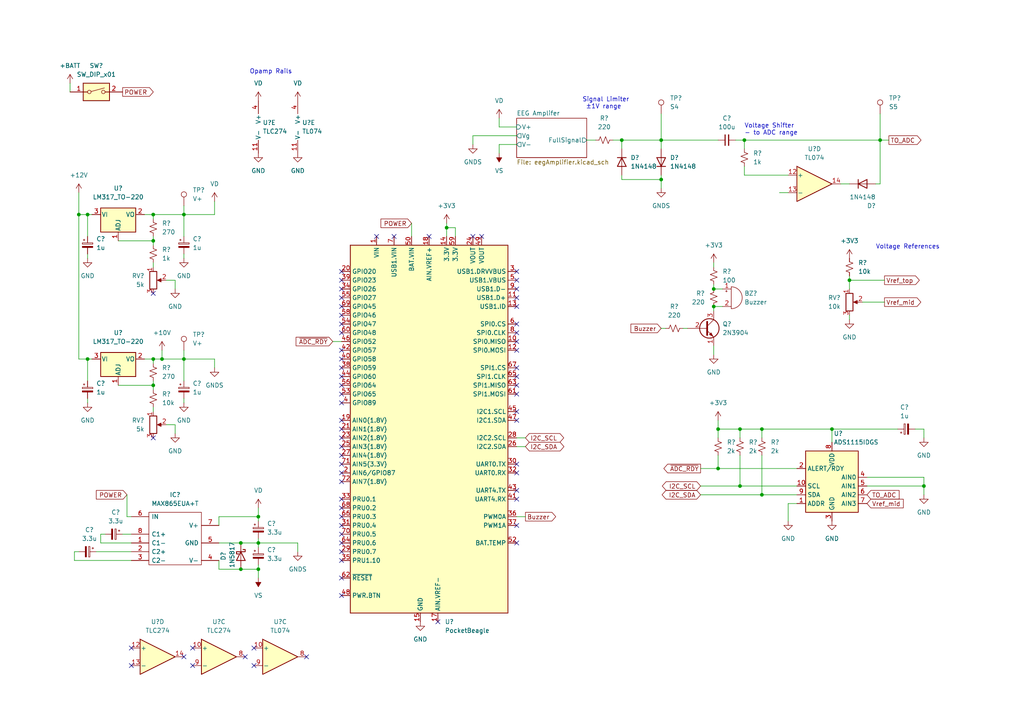
<source format=kicad_sch>
(kicad_sch (version 20211123) (generator eeschema)
  (paper "A4")
  (title_block (title "TrailNapAlarm") (date "2022-06-07") (rev "1"))
  (lib_symbols
    (symbol "Amplifier_Operational:TL074" (pin_names (offset 0.127))
      (property "Reference" "U" (at 0 5.08 0))
      (property "Value" "TL074" (at 0 -5.08 0))
      (symbol "TL074_1_1"
        (polyline (pts (xy -5.08 5.08) (xy 5.08 0) (xy -5.08 -5.08) (xy -5.08 5.08)) (stroke (width 0.254)) (fill (type background)))
        (pin output line (at 7.62 0 180) (length 2.54) (name "~") (number "1"))
        (pin input line (at -7.62 -2.54 0) (length 2.54) (name "-") (number "2"))
        (pin input line (at -7.62 2.54 0) (length 2.54) (name "+") (number "3"))
      )
      (symbol "TL074_2_1"
        (polyline (pts (xy -5.08 5.08) (xy 5.08 0) (xy -5.08 -5.08) (xy -5.08 5.08)) (stroke (width 0.254)) (fill (type background)))
        (pin input line (at -7.62 2.54 0) (length 2.54) (name "+") (number "5"))
        (pin input line (at -7.62 -2.54 0) (length 2.54) (name "-") (number "6"))
        (pin output line (at 7.62 0 180) (length 2.54) (name "~") (number "7"))
      )
      (symbol "TL074_3_1"
        (polyline (pts (xy -5.08 5.08) (xy 5.08 0) (xy -5.08 -5.08) (xy -5.08 5.08)) (stroke (width 0.254)) (fill (type background)))
        (pin input line (at -7.62 2.54 0) (length 2.54) (name "+") (number "10"))
        (pin output line (at 7.62 0 180) (length 2.54) (name "~") (number "8"))
        (pin input line (at -7.62 -2.54 0) (length 2.54) (name "-") (number "9"))
      )
      (symbol "TL074_4_1"
        (polyline (pts (xy -5.08 5.08) (xy 5.08 0) (xy -5.08 -5.08) (xy -5.08 5.08)) (stroke (width 0.254)) (fill (type background)))
        (pin input line (at -7.62 2.54 0) (length 2.54) (name "+") (number "12"))
        (pin input line (at -7.62 -2.54 0) (length 2.54) (name "-") (number "13"))
        (pin output line (at 7.62 0 180) (length 2.54) (name "~") (number "14"))
      )
      (symbol "TL074_5_1"
        (pin power_in line (at -2.54 -7.62 90) (length 3.81) (name "V-") (number "11"))
        (pin power_in line (at -2.54 7.62 270) (length 3.81) (name "V+") (number "4"))
      )
    )
    (symbol "Amplifier_Operational:TLC274" (pin_names (offset 0.127))
      (property "Reference" "U" (at 0 5.08 0))
      (property "Value" "TLC274" (at 0 -5.08 0))
      (symbol "TLC274_1_1"
        (polyline (pts (xy -5.08 5.08) (xy 5.08 0) (xy -5.08 -5.08) (xy -5.08 5.08)) (stroke (width 0.254)) (fill (type background)))
        (pin output line (at 7.62 0 180) (length 2.54) (name "~") (number "1"))
        (pin input line (at -7.62 -2.54 0) (length 2.54) (name "-") (number "2"))
        (pin input line (at -7.62 2.54 0) (length 2.54) (name "+") (number "3"))
      )
      (symbol "TLC274_2_1"
        (polyline (pts (xy -5.08 5.08) (xy 5.08 0) (xy -5.08 -5.08) (xy -5.08 5.08)) (stroke (width 0.254)) (fill (type background)))
        (pin input line (at -7.62 2.54 0) (length 2.54) (name "+") (number "5"))
        (pin input line (at -7.62 -2.54 0) (length 2.54) (name "-") (number "6"))
        (pin output line (at 7.62 0 180) (length 2.54) (name "~") (number "7"))
      )
      (symbol "TLC274_3_1"
        (polyline (pts (xy -5.08 5.08) (xy 5.08 0) (xy -5.08 -5.08) (xy -5.08 5.08)) (stroke (width 0.254)) (fill (type background)))
        (pin input line (at -7.62 2.54 0) (length 2.54) (name "+") (number "10"))
        (pin output line (at 7.62 0 180) (length 2.54) (name "~") (number "8"))
        (pin input line (at -7.62 -2.54 0) (length 2.54) (name "-") (number "9"))
      )
      (symbol "TLC274_4_1"
        (polyline (pts (xy -5.08 5.08) (xy 5.08 0) (xy -5.08 -5.08) (xy -5.08 5.08)) (stroke (width 0.254)) (fill (type background)))
        (pin input line (at -7.62 2.54 0) (length 2.54) (name "+") (number "12"))
        (pin input line (at -7.62 -2.54 0) (length 2.54) (name "-") (number "13"))
        (pin output line (at 7.62 0 180) (length 2.54) (name "~") (number "14"))
      )
      (symbol "TLC274_5_1"
        (pin power_in line (at -2.54 -7.62 90) (length 3.81) (name "V-") (number "11"))
        (pin power_in line (at -2.54 7.62 270) (length 3.81) (name "V+") (number "4"))
      )
    )
    (symbol "Analog_ADC:ADS1115IDGS"
      (property "Reference" "U" (at 2.54 13.97 0))
      (property "Value" "ADS1115IDGS" (at 7.62 11.43 0))
      (symbol "ADS1115IDGS_0_1"
        (rectangle (start -7.62 10.16) (end 7.62 -7.62) (stroke (width 0.254)) (fill (type background)))
      )
      (symbol "ADS1115IDGS_1_1"
        (pin input line (at 10.16 -5.08 180) (length 2.54) (name "ADDR") (number "1"))
        (pin input line (at 10.16 0 180) (length 2.54) (name "SCL") (number "10"))
        (pin output line (at 10.16 5.08 180) (length 2.54) (name "ALERT/RDY") (number "2"))
        (pin power_in line (at 0 -10.16 90) (length 2.54) (name "GND") (number "3"))
        (pin input line (at -10.16 2.54 0) (length 2.54) (name "AIN0") (number "4"))
        (pin input line (at -10.16 0 0) (length 2.54) (name "AIN1") (number "5"))
        (pin input line (at -10.16 -2.54 0) (length 2.54) (name "AIN2") (number "6"))
        (pin input line (at -10.16 -5.08 0) (length 2.54) (name "AIN3") (number "7"))
        (pin power_in line (at 0 12.7 270) (length 2.54) (name "VDD") (number "8"))
        (pin bidirectional line (at 10.16 -2.54 180) (length 2.54) (name "SDA") (number "9"))
      )
    )
    (symbol "Connector:TestPoint" (pin_numbers hide) (pin_names (offset 0.762) hide)
      (property "Reference" "TP" (at 0 6.858 0))
      (property "Value" "TestPoint" (at 0 5.08 0))
      (symbol "TestPoint_0_1"
        (circle (center 0 3.302) (radius 0.762))
      )
      (symbol "TestPoint_1_1"
        (pin passive line (at 0 0 90) (length 2.54) (name "1") (number "1"))
      )
    )
    (symbol "Device:Buzzer" (pin_names (offset 0.0254) hide)
      (property "Reference" "BZ" (at 3.81 1.27 0))
      (property "Value" "Buzzer" (at 3.81 -1.27 0))
      (symbol "Buzzer_0_1"
        (arc (start 0 -3.175) (mid 3.175 0) (end 0 3.175))
        (polyline (pts (xy -1.651 1.905) (xy -1.143 1.905)))
        (polyline (pts (xy -1.397 2.159) (xy -1.397 1.651)))
        (polyline (pts (xy 0 3.175) (xy 0 -3.175)))
      )
      (symbol "Buzzer_1_1"
        (pin passive line (at -2.54 2.54 0) (length 2.54) (name "-") (number "1"))
        (pin passive line (at -2.54 -2.54 0) (length 2.54) (name "+") (number "2"))
      )
    )
    (symbol "Device:C_Polarized_Small" (pin_numbers hide) (pin_names (offset 0.254) hide)
      (property "Reference" "C" (at 0.254 1.778 0))
      (property "Value" "C_Polarized_Small" (at 0.254 -2.032 0))
      (symbol "C_Polarized_Small_0_1"
        (rectangle (start -1.524 -0.3048) (end 1.524 -0.6858) (fill (type outline)))
        (rectangle (start -1.524 0.6858) (end 1.524 0.3048))
        (polyline (pts (xy -1.27 1.524) (xy -0.762 1.524)))
        (polyline (pts (xy -1.016 1.27) (xy -1.016 1.778)))
      )
      (symbol "C_Polarized_Small_1_1"
        (pin passive line (at 0 2.54 270) (length 1.8542) (name "~") (number "1"))
        (pin passive line (at 0 -2.54 90) (length 1.8542) (name "~") (number "2"))
      )
    )
    (symbol "Device:C_Small" (pin_numbers hide) (pin_names (offset 0.254) hide)
      (property "Reference" "C" (at 0.254 1.778 0))
      (property "Value" "C_Small" (at 0.254 -2.032 0))
      (symbol "C_Small_0_1"
        (polyline (pts (xy -1.524 -0.508) (xy 1.524 -0.508)) (stroke (width 0.3302)))
        (polyline (pts (xy -1.524 0.508) (xy 1.524 0.508)) (stroke (width 0.3048)))
      )
      (symbol "C_Small_1_1"
        (pin passive line (at 0 2.54 270) (length 2.032) (name "~") (number "1"))
        (pin passive line (at 0 -2.54 90) (length 2.032) (name "~") (number "2"))
      )
    )
    (symbol "Device:R_Potentiometer" (pin_names (offset 1.016) hide)
      (property "Reference" "RV" (at -4.445 0 90))
      (property "Value" "R_Potentiometer" (at -2.54 0 90))
      (symbol "R_Potentiometer_0_1"
        (polyline (pts (xy 2.54 0) (xy 1.524 0)))
        (polyline (pts (xy 1.143 0) (xy 2.286 0.508) (xy 2.286 -0.508) (xy 1.143 0)) (fill (type outline)))
        (rectangle (start 1.016 2.54) (end -1.016 -2.54) (stroke (width 0.254)))
      )
      (symbol "R_Potentiometer_1_1"
        (pin passive line (at 0 3.81 270) (length 1.27) (name "1") (number "1"))
        (pin passive line (at 3.81 0 180) (length 1.27) (name "2") (number "2"))
        (pin passive line (at 0 -3.81 90) (length 1.27) (name "3") (number "3"))
      )
    )
    (symbol "Device:R_Small_US" (pin_numbers hide) (pin_names (offset 0.254) hide)
      (property "Reference" "R" (at 0.762 0.508 0))
      (property "Value" "R_Small_US" (at 0.762 -1.016 0))
      (symbol "R_Small_US_1_1"
        (polyline (pts (xy 0 0) (xy 1.016 -0.381) (xy 0 -0.762) (xy -1.016 -1.143) (xy 0 -1.524)))
        (polyline (pts (xy 0 1.524) (xy 1.016 1.143) (xy 0 0.762) (xy -1.016 0.381) (xy 0 0)))
        (pin passive line (at 0 2.54 270) (length 1.016) (name "~") (number "1"))
        (pin passive line (at 0 -2.54 90) (length 1.016) (name "~") (number "2"))
      )
    )
    (symbol "Diode:1N4148" (pin_numbers hide) (pin_names (offset 1.016) hide)
      (property "Reference" "D" (at 0 2.54 0))
      (property "Value" "1N4148" (at 0 -2.54 0))
      (symbol "1N4148_0_1"
        (polyline (pts (xy -1.27 1.27) (xy -1.27 -1.27)) (stroke (width 0.254)))
        (polyline (pts (xy 1.27 0) (xy -1.27 0)))
        (polyline (pts (xy 1.27 1.27) (xy 1.27 -1.27) (xy -1.27 0) (xy 1.27 1.27)) (stroke (width 0.254)))
      )
      (symbol "1N4148_1_1"
        (pin passive line (at -3.81 0 0) (length 2.54) (name "K") (number "1"))
        (pin passive line (at 3.81 0 180) (length 2.54) (name "A") (number "2"))
      )
    )
    (symbol "Diode:1N5817" (pin_numbers hide) (pin_names (offset 1.016) hide)
      (property "Reference" "D" (at 0 2.54 0))
      (property "Value" "1N5817" (at 0 -2.54 0))
      (symbol "1N5817_0_1"
        (polyline (pts (xy 1.27 0) (xy -1.27 0)))
        (polyline (pts (xy 1.27 1.27) (xy 1.27 -1.27) (xy -1.27 0) (xy 1.27 1.27)) (stroke (width 0.254)))
        (polyline (pts (xy -1.905 0.635) (xy -1.905 1.27) (xy -1.27 1.27) (xy -1.27 -1.27) (xy -0.635 -1.27) (xy -0.635 -0.635)) (stroke (width 0.254)))
      )
      (symbol "1N5817_1_1"
        (pin passive line (at -3.81 0 0) (length 2.54) (name "K") (number "1"))
        (pin passive line (at 3.81 0 180) (length 2.54) (name "A") (number "2"))
      )
    )
    (symbol "MCU_Module:PocketBeagle"
      (property "Reference" "U" (at -22.86 -54.61 0))
      (property "Value" "PocketBeagle" (at 22.86 -54.61 0))
      (symbol "PocketBeagle_0_1"
        (rectangle (start -22.86 53.34) (end 22.86 -53.34) (stroke (width 0.254)) (fill (type background)))
      )
      (symbol "PocketBeagle_1_1"
        (pin power_in line (at -15.24 55.88 270) (length 2.54) (name "VIN") (number "1"))
        (pin bidirectional line (at 25.4 25.4 180) (length 2.54) (name "SPI0.MISO") (number "10"))
        (pin bidirectional line (at 25.4 38.1 180) (length 2.54) (name "USB1.D+") (number "11"))
        (pin bidirectional line (at 25.4 22.86 180) (length 2.54) (name "SPI0.MOSI") (number "12"))
        (pin input line (at 25.4 35.56 180) (length 2.54) (name "USB1.ID") (number "13"))
        (pin power_out line (at 5.08 55.88 270) (length 2.54) (name "3.3V") (number "14"))
        (pin power_in line (at -2.54 -55.88 90) (length 2.54) (name "GND") (number "15"))
        (pin passive line (at -2.54 -55.88 90) (length 2.54) hide (name "GND") (number "16"))
        (pin power_in line (at 2.54 -55.88 90) (length 2.54) (name "AIN.VREF-") (number "17"))
        (pin power_in line (at 0 55.88 270) (length 2.54) (name "AIN.VREF+") (number "18"))
        (pin input line (at -25.4 2.54 0) (length 2.54) (name "AIN0(1.8V)") (number "19"))
        (pin bidirectional line (at -25.4 -12.7 0) (length 2.54) (name "AIN6/GPIO87") (number "2"))
        (pin bidirectional line (at -25.4 45.72 0) (length 2.54) (name "GPIO20") (number "20"))
        (pin input line (at -25.4 0 0) (length 2.54) (name "AIN1(1.8V)") (number "21"))
        (pin passive line (at -2.54 -55.88 90) (length 2.54) hide (name "GND") (number "22"))
        (pin input line (at -25.4 -2.54 0) (length 2.54) (name "AIN2(1.8V)") (number "23"))
        (pin power_out line (at 12.7 55.88 270) (length 2.54) (name "VOUT") (number "24"))
        (pin input line (at -25.4 -5.08 0) (length 2.54) (name "AIN3(1.8V)") (number "25"))
        (pin bidirectional line (at 25.4 -5.08 180) (length 2.54) (name "I2C2.SDA") (number "26"))
        (pin input line (at -25.4 -7.62 0) (length 2.54) (name "AIN4(1.8V)") (number "27"))
        (pin bidirectional line (at 25.4 -2.54 180) (length 2.54) (name "I2C2.SCL") (number "28"))
        (pin bidirectional line (at -25.4 -35.56 0) (length 2.54) (name "PRU0.7") (number "29"))
        (pin output line (at 25.4 45.72 180) (length 2.54) (name "USB1.DRVVBUS") (number "3"))
        (pin bidirectional line (at 25.4 -10.16 180) (length 2.54) (name "UART0.TX") (number "30"))
        (pin bidirectional line (at -25.4 -27.94 0) (length 2.54) (name "PRU0.4") (number "31"))
        (pin bidirectional line (at 25.4 -12.7 180) (length 2.54) (name "UART0.RX") (number "32"))
        (pin bidirectional line (at -25.4 -20.32 0) (length 2.54) (name "PRU0.1") (number "33"))
        (pin bidirectional line (at -25.4 40.64 0) (length 2.54) (name "GPIO26") (number "34"))
        (pin bidirectional line (at -25.4 -38.1 0) (length 2.54) (name "PRU1.10") (number "35"))
        (pin bidirectional line (at 25.4 -25.4 180) (length 2.54) (name "PWM0A") (number "36"))
        (pin bidirectional line (at 25.4 -27.94 180) (length 2.54) (name "PWM1A") (number "37"))
        (pin bidirectional line (at -25.4 17.78 0) (length 2.54) (name "GPIO59") (number "38"))
        (pin bidirectional line (at -25.4 43.18 0) (length 2.54) (name "GPIO23") (number "39"))
        (pin bidirectional line (at -25.4 7.62 0) (length 2.54) (name "GPIO89") (number "4"))
        (pin bidirectional line (at -25.4 20.32 0) (length 2.54) (name "GPIO58") (number "40"))
        (pin bidirectional line (at 25.4 -20.32 180) (length 2.54) (name "UART4.RX") (number "41"))
        (pin bidirectional line (at -25.4 22.86 0) (length 2.54) (name "GPIO57") (number "42"))
        (pin bidirectional line (at 25.4 -17.78 180) (length 2.54) (name "UART4.TX") (number "43"))
        (pin bidirectional line (at -25.4 15.24 0) (length 2.54) (name "GPIO60") (number "44"))
        (pin bidirectional line (at 25.4 5.08 180) (length 2.54) (name "I2C1.SCL") (number "45"))
        (pin bidirectional line (at -25.4 25.4 0) (length 2.54) (name "GPIO52") (number "46"))
        (pin bidirectional line (at 25.4 2.54 180) (length 2.54) (name "I2C1.SDA") (number "47"))
        (pin input line (at -25.4 -48.26 0) (length 2.54) (name "PWR.BTN") (number "48"))
        (pin power_out line (at 15.24 55.88 270) (length 2.54) (name "VOUT") (number "49"))
        (pin input line (at 25.4 43.18 180) (length 2.54) (name "USB1.VBUS") (number "5"))
        (pin power_in line (at -5.08 55.88 270) (length 2.54) (name "BAT.VIN") (number "50"))
        (pin passive line (at -2.54 -55.88 90) (length 2.54) hide (name "GND") (number "51"))
        (pin passive line (at 25.4 -33.02 180) (length 2.54) (name "BAT.TEMP") (number "52"))
        (pin bidirectional line (at -25.4 10.16 0) (length 2.54) (name "GPIO65") (number "53"))
        (pin bidirectional line (at -25.4 30.48 0) (length 2.54) (name "GPIO47") (number "54"))
        (pin bidirectional line (at -25.4 38.1 0) (length 2.54) (name "GPIO27") (number "55"))
        (pin bidirectional line (at -25.4 12.7 0) (length 2.54) (name "GPIO64") (number "56"))
        (pin passive line (at -2.54 -55.88 90) (length 2.54) hide (name "GND") (number "57"))
        (pin bidirectional line (at -25.4 33.02 0) (length 2.54) (name "GPIO46") (number "58"))
        (pin power_out line (at 7.62 55.88 270) (length 2.54) (name "3.3V") (number "59"))
        (pin bidirectional line (at 25.4 30.48 180) (length 2.54) (name "SPI0.CS") (number "6"))
        (pin bidirectional line (at -25.4 27.94 0) (length 2.54) (name "GPIO48") (number "60"))
        (pin bidirectional line (at 25.4 10.16 180) (length 2.54) (name "SPI1.MOSI") (number "61"))
        (pin input line (at -25.4 -43.18 0) (length 2.54) (name "~{RESET}") (number "62"))
        (pin bidirectional line (at 25.4 12.7 180) (length 2.54) (name "SPI1.MISO") (number "63"))
        (pin bidirectional line (at -25.4 -33.02 0) (length 2.54) (name "PRU0.6") (number "64"))
        (pin bidirectional line (at 25.4 15.24 180) (length 2.54) (name "SPI1.CLK") (number "65"))
        (pin bidirectional line (at -25.4 -25.4 0) (length 2.54) (name "PRU0.3") (number "66"))
        (pin bidirectional line (at 25.4 17.78 180) (length 2.54) (name "SPI1.CS") (number "67"))
        (pin bidirectional line (at -25.4 -22.86 0) (length 2.54) (name "PRU0.2") (number "68"))
        (pin bidirectional line (at -25.4 35.56 0) (length 2.54) (name "GPIO45") (number "69"))
        (pin power_in line (at -10.16 55.88 270) (length 2.54) (name "USB1.VIN") (number "7"))
        (pin bidirectional line (at -25.4 -30.48 0) (length 2.54) (name "PRU0.5") (number "70"))
        (pin input line (at -25.4 -10.16 0) (length 2.54) (name "AIN5(3.3V)") (number "71"))
        (pin input line (at -25.4 -15.24 0) (length 2.54) (name "AIN7(1.8V)") (number "72"))
        (pin bidirectional line (at 25.4 27.94 180) (length 2.54) (name "SPI0.CLK") (number "8"))
        (pin bidirectional line (at 25.4 40.64 180) (length 2.54) (name "USB1.D-") (number "9"))
      )
    )
    (symbol "Regulator_Linear:LM317_TO-220" (pin_names (offset 0.254))
      (property "Reference" "U" (at -3.81 3.175 0))
      (property "Value" "LM317_TO-220" (at 0 3.175 0))
      (symbol "LM317_TO-220_0_1"
        (rectangle (start -5.08 1.905) (end 5.08 -5.08) (stroke (width 0.254)) (fill (type background)))
      )
      (symbol "LM317_TO-220_1_1"
        (pin input line (at 0 -7.62 90) (length 2.54) (name "ADJ") (number "1"))
        (pin power_out line (at 7.62 0 180) (length 2.54) (name "VO") (number "2"))
        (pin power_in line (at -7.62 0 0) (length 2.54) (name "VI") (number "3"))
      )
    )
    (symbol "SamacSys:MAX865EUA+T" (pin_names (offset 0.762))
      (property "Reference" "IC?" (at 12.7 7.62 0))
      (property "Value" "MAX865EUA+T" (at 12.7 5.08 0))
      (symbol "MAX865EUA+T_0_0"
        (pin passive line (at 0 -6.35 0) (length 5.08) (name "C1-") (number "1"))
        (pin passive line (at 0 -8.89 0) (length 5.08) (name "C2+") (number "2"))
        (pin passive line (at 0 -11.43 0) (length 5.08) (name "C2-") (number "3"))
        (pin passive line (at 25.4 -11.43 180) (length 5.08) (name "V-") (number "4"))
        (pin passive line (at 25.4 -6.35 180) (length 5.08) (name "GND") (number "5"))
        (pin passive line (at 0 1.27 0) (length 5.08) (name "IN") (number "6"))
        (pin passive line (at 25.4 -1.27 180) (length 5.08) (name "V+") (number "7"))
        (pin passive line (at 0 -3.81 0) (length 5.08) (name "C1+") (number "8"))
      )
      (symbol "MAX865EUA+T_0_1"
        (polyline (pts (xy 5.08 2.54) (xy 20.32 2.54) (xy 20.32 -12.7) (xy 5.08 -12.7) (xy 5.08 2.54)) (stroke (width 0.1524)))
      )
    )
    (symbol "Switch:SW_DIP_x01" (pin_names (offset 0) hide)
      (property "Reference" "SW" (at 0 3.81 0))
      (property "Value" "SW_DIP_x01" (at 0 -3.81 0))
      (symbol "SW_DIP_x01_0_0"
        (circle (center -2.032 0) (radius 0.508))
        (polyline (pts (xy -1.524 0.127) (xy 2.3622 1.1684)))
        (circle (center 2.032 0) (radius 0.508))
      )
      (symbol "SW_DIP_x01_0_1"
        (rectangle (start -3.81 2.54) (end 3.81 -2.54) (stroke (width 0.254)) (fill (type background)))
      )
      (symbol "SW_DIP_x01_1_1"
        (pin passive line (at -7.62 0 0) (length 5.08) (name "~") (number "1"))
        (pin passive line (at 7.62 0 180) (length 5.08) (name "~") (number "2"))
      )
    )
    (symbol "Transistor_BJT:2N3904" (pin_names (offset 0) hide)
      (property "Reference" "Q" (at 5.08 1.905 0))
      (property "Value" "2N3904" (at 5.08 0 0))
      (symbol "2N3904_0_1"
        (polyline (pts (xy 0.635 0.635) (xy 2.54 2.54)))
        (polyline (pts (xy 0.635 -0.635) (xy 2.54 -2.54) (xy 2.54 -2.54)))
        (polyline (pts (xy 0.635 1.905) (xy 0.635 -1.905) (xy 0.635 -1.905)) (stroke (width 0.508)))
        (polyline (pts (xy 1.27 -1.778) (xy 1.778 -1.27) (xy 2.286 -2.286) (xy 1.27 -1.778) (xy 1.27 -1.778)) (fill (type outline)))
        (circle (center 1.27 0) (radius 2.8194) (stroke (width 0.254)))
      )
      (symbol "2N3904_1_1"
        (pin passive line (at 2.54 -5.08 90) (length 2.54) (name "E") (number "1"))
        (pin passive line (at -5.08 0 0) (length 5.715) (name "B") (number "2"))
        (pin passive line (at 2.54 5.08 270) (length 2.54) (name "C") (number "3"))
      )
    )
    (symbol "power:+10V" (power) (pin_names (offset 0))
      (property "Value" "+10V" (at 0 3.556 0))
      (symbol "+10V_0_1"
        (polyline (pts (xy -0.762 1.27) (xy 0 2.54)))
        (polyline (pts (xy 0 0) (xy 0 2.54)))
        (polyline (pts (xy 0 2.54) (xy 0.762 1.27)))
      )
      (symbol "+10V_1_1"
        (pin power_in line (at 0 0 90) (length 0) hide (name "+10V") (number "1"))
      )
    )
    (symbol "power:+12V" (power) (pin_names (offset 0))
      (property "Value" "+12V" (at 0 3.556 0))
      (symbol "+12V_0_1"
        (polyline (pts (xy -0.762 1.27) (xy 0 2.54)))
        (polyline (pts (xy 0 0) (xy 0 2.54)))
        (polyline (pts (xy 0 2.54) (xy 0.762 1.27)))
      )
      (symbol "+12V_1_1"
        (pin power_in line (at 0 0 90) (length 0) hide (name "+12V") (number "1"))
      )
    )
    (symbol "power:+3V3" (power) (pin_names (offset 0))
      (property "Value" "+3V3" (at 0 3.556 0))
      (symbol "+3V3_0_1"
        (polyline (pts (xy -0.762 1.27) (xy 0 2.54)))
        (polyline (pts (xy 0 0) (xy 0 2.54)))
        (polyline (pts (xy 0 2.54) (xy 0.762 1.27)))
      )
      (symbol "+3V3_1_1"
        (pin power_in line (at 0 0 90) (length 0) hide (name "+3V3") (number "1"))
      )
    )
    (symbol "power:+BATT" (power) (pin_names (offset 0))
      (property "Value" "+BATT" (at 0 3.556 0))
      (symbol "+BATT_0_1"
        (polyline (pts (xy -0.762 1.27) (xy 0 2.54)))
        (polyline (pts (xy 0 0) (xy 0 2.54)))
        (polyline (pts (xy 0 2.54) (xy 0.762 1.27)))
      )
      (symbol "+BATT_1_1"
        (pin power_in line (at 0 0 90) (length 0) hide (name "+BATT") (number "1"))
      )
    )
    (symbol "power:GND" (power) (pin_names (offset 0))
      (property "Value" "GND" (at 0 -3.81 0))
      (symbol "GND_0_1"
        (polyline (pts (xy 0 0) (xy 0 -1.27) (xy 1.27 -1.27) (xy 0 -2.54) (xy -1.27 -1.27) (xy 0 -1.27)))
      )
      (symbol "GND_1_1"
        (pin power_in line (at 0 0 270) (length 0) hide (name "GND") (number "1"))
      )
    )
    (symbol "power:GNDS" (power) (pin_names (offset 0))
      (property "Value" "GNDS" (at 0 -3.81 0))
      (symbol "GNDS_0_1"
        (polyline (pts (xy 0 0) (xy 0 -1.27) (xy 1.27 -1.27) (xy 0 -2.54) (xy -1.27 -1.27) (xy 0 -1.27)))
      )
      (symbol "GNDS_1_1"
        (pin power_in line (at 0 0 270) (length 0) hide (name "GNDS") (number "1"))
      )
    )
    (symbol "power:VD" (power) (pin_names (offset 0))
      (property "Value" "VD" (at 0 3.81 0))
      (symbol "VD_0_1"
        (polyline (pts (xy -0.762 1.27) (xy 0 2.54)))
        (polyline (pts (xy 0 0) (xy 0 2.54)))
        (polyline (pts (xy 0 2.54) (xy 0.762 1.27)))
      )
      (symbol "VD_1_1"
        (pin power_in line (at 0 0 90) (length 0) hide (name "VD") (number "1"))
      )
    )
    (symbol "power:VS" (power) (pin_names (offset 0))
      (property "Value" "VS" (at 0 3.81 0))
      (symbol "VS_0_1"
        (polyline (pts (xy 0 0) (xy 0 2.54)))
        (polyline (pts (xy 0.762 1.27) (xy -0.762 1.27) (xy 0 2.54) (xy 0.762 1.27)) (fill (type outline)))
      )
      (symbol "VS_1_1"
        (pin power_in line (at 0 0 90) (length 0) hide (name "VS") (number "1"))
      )
    )
  )
  (junction (at 44.45 62.23))
  (junction (at 191.77 52.07))
  (junction (at 241.3 124.46))
  (junction (at 69.85 165.1))
  (junction (at 53.34 62.23))
  (junction (at 215.9 40.64))
  (junction (at 214.63 124.46))
  (junction (at 214.63 140.97))
  (junction (at 180.34 40.64))
  (junction (at 74.93 149.86))
  (junction (at 220.98 124.46))
  (junction (at 74.93 165.1))
  (junction (at 246.38 81.28))
  (junction (at 191.77 40.64))
  (junction (at 44.45 111.76))
  (junction (at 46.99 104.14))
  (junction (at 208.28 135.89))
  (junction (at 25.4 62.23))
  (junction (at 208.28 124.46))
  (junction (at 25.4 104.14))
  (junction (at 22.86 62.23))
  (junction (at 207.01 83.82))
  (junction (at 255.27 40.64))
  (junction (at 220.98 143.51))
  (junction (at 267.97 140.97))
  (junction (at 129.54 66.04))
  (junction (at 53.34 104.14))
  (junction (at 44.45 104.14))
  (junction (at 44.45 69.85))
  (junction (at 207.01 88.9))
  (junction (at 69.85 157.48))
  (junction (at 74.93 157.48))
  (no_connect (at 99.06 116.84))
  (no_connect (at 99.06 88.9))
  (no_connect (at 149.86 96.52))
  (no_connect (at 99.06 93.98))
  (no_connect (at 149.86 81.28))
  (no_connect (at 99.06 101.6))
  (no_connect (at 99.06 104.14))
  (no_connect (at 149.86 152.4))
  (no_connect (at 109.22 68.58))
  (no_connect (at 99.06 91.44))
  (no_connect (at 99.06 111.76))
  (no_connect (at 99.06 160.02))
  (no_connect (at 149.86 137.16))
  (no_connect (at 99.06 144.78))
  (no_connect (at 149.86 86.36))
  (no_connect (at 149.86 88.9))
  (no_connect (at 149.86 101.6))
  (no_connect (at 99.06 132.08))
  (no_connect (at 149.86 134.62))
  (no_connect (at 99.06 114.3))
  (no_connect (at 149.86 83.82))
  (no_connect (at 99.06 152.4))
  (no_connect (at 99.06 134.62))
  (no_connect (at 149.86 93.98))
  (no_connect (at 99.06 129.54))
  (no_connect (at 99.06 157.48))
  (no_connect (at 44.45 127))
  (no_connect (at 149.86 157.48))
  (no_connect (at 99.06 127))
  (no_connect (at 99.06 124.46))
  (no_connect (at 149.86 106.68))
  (no_connect (at 99.06 78.74))
  (no_connect (at 99.06 106.68))
  (no_connect (at 149.86 109.22))
  (no_connect (at 99.06 86.36))
  (no_connect (at 114.3 68.58))
  (no_connect (at 124.46 68.58))
  (no_connect (at 137.16 68.58))
  (no_connect (at 139.7 68.58))
  (no_connect (at 44.45 85.09))
  (no_connect (at 88.9 190.5))
  (no_connect (at 71.12 190.5))
  (no_connect (at 73.66 193.04))
  (no_connect (at 73.66 187.96))
  (no_connect (at 55.88 187.96))
  (no_connect (at 55.88 193.04))
  (no_connect (at 53.34 190.5))
  (no_connect (at 38.1 187.96))
  (no_connect (at 38.1 193.04))
  (no_connect (at 99.06 96.52))
  (no_connect (at 99.06 147.32))
  (no_connect (at 99.06 109.22))
  (no_connect (at 99.06 137.16))
  (no_connect (at 99.06 81.28))
  (no_connect (at 149.86 121.92))
  (no_connect (at 99.06 162.56))
  (no_connect (at 149.86 99.06))
  (no_connect (at 149.86 111.76))
  (no_connect (at 99.06 139.7))
  (no_connect (at 149.86 78.74))
  (no_connect (at 99.06 167.64))
  (no_connect (at 99.06 172.72))
  (no_connect (at 127 180.34))
  (no_connect (at 99.06 121.92))
  (no_connect (at 99.06 83.82))
  (no_connect (at 149.86 144.78))
  (no_connect (at 149.86 119.38))
  (no_connect (at 149.86 114.3))
  (no_connect (at 99.06 154.94))
  (no_connect (at 99.06 149.86))
  (no_connect (at 149.86 142.24))
  (wire (pts (xy 53.34 73.66) (xy 53.34 74.93)))
  (wire (pts (xy 208.28 121.92) (xy 208.28 124.46)))
  (wire (pts (xy 63.5 149.86) (xy 63.5 152.4)))
  (wire (pts (xy 220.98 143.51) (xy 231.14 143.51)))
  (wire (pts (xy 44.45 105.41) (xy 44.45 104.14)))
  (wire (pts (xy 53.34 104.14) (xy 53.34 110.49)))
  (wire (pts (xy 215.9 48.26) (xy 215.9 50.8)))
  (wire (pts (xy 207.01 88.9) (xy 209.55 88.9)))
  (wire (pts (xy 207.01 100.33) (xy 207.01 102.87)))
  (wire (pts (xy 180.34 40.64) (xy 180.34 43.18)))
  (wire (pts (xy 41.91 104.14) (xy 44.45 104.14)))
  (wire (pts (xy 48.26 81.28) (xy 50.8 81.28)))
  (wire (pts (xy 215.9 40.64) (xy 215.9 43.18)))
  (wire (pts (xy 220.98 132.08) (xy 220.98 143.51)))
  (wire (pts (xy 149.86 41.91) (xy 144.78 41.91)))
  (wire (pts (xy 152.4 149.86) (xy 149.86 149.86)))
  (wire (pts (xy 46.99 104.14) (xy 46.99 101.6)))
  (wire (pts (xy 53.34 115.57) (xy 53.34 116.84)))
  (wire (pts (xy 74.93 149.86) (xy 74.93 151.13)))
  (wire (pts (xy 246.38 80.01) (xy 246.38 81.28)))
  (wire (pts (xy 74.93 158.75) (xy 74.93 157.48)))
  (wire (pts (xy 265.43 124.46) (xy 267.97 124.46)))
  (wire (pts (xy 203.2 143.51) (xy 220.98 143.51)))
  (wire (pts (xy 180.34 52.07) (xy 191.77 52.07)))
  (wire (pts (xy 250.19 87.63) (xy 256.54 87.63)))
  (wire (pts (xy 25.4 104.14) (xy 26.67 104.14)))
  (wire (pts (xy 62.23 106.68) (xy 62.23 104.14)))
  (wire (pts (xy 255.27 33.02) (xy 255.27 40.64)))
  (wire (pts (xy 254 53.34) (xy 255.27 53.34)))
  (wire (pts (xy 63.5 165.1) (xy 63.5 162.56)))
  (wire (pts (xy 30.48 154.94) (xy 29.21 154.94)))
  (wire (pts (xy 152.4 129.54) (xy 149.86 129.54)))
  (wire (pts (xy 22.86 160.02) (xy 21.59 160.02)))
  (wire (pts (xy 132.08 66.04) (xy 129.54 66.04)))
  (wire (pts (xy 246.38 91.44) (xy 246.38 92.71)))
  (wire (pts (xy 241.3 128.27) (xy 241.3 124.46)))
  (wire (pts (xy 22.86 62.23) (xy 22.86 104.14)))
  (wire (pts (xy 241.3 124.46) (xy 220.98 124.46)))
  (wire (pts (xy 226.06 55.88) (xy 228.6 55.88)))
  (wire (pts (xy 129.54 64.77) (xy 129.54 66.04)))
  (wire (pts (xy 208.28 135.89) (xy 231.14 135.89)))
  (wire (pts (xy 191.77 40.64) (xy 208.28 40.64)))
  (wire (pts (xy 267.97 138.43) (xy 267.97 140.97)))
  (wire (pts (xy 208.28 132.08) (xy 208.28 135.89)))
  (wire (pts (xy 74.93 147.32) (xy 74.93 149.86)))
  (wire (pts (xy 44.45 62.23) (xy 53.34 62.23)))
  (wire (pts (xy 251.46 138.43) (xy 267.97 138.43)))
  (wire (pts (xy 48.26 123.19) (xy 50.8 123.19)))
  (wire (pts (xy 63.5 157.48) (xy 69.85 157.48)))
  (wire (pts (xy 63.5 165.1) (xy 69.85 165.1)))
  (wire (pts (xy 255.27 40.64) (xy 215.9 40.64)))
  (wire (pts (xy 21.59 162.56) (xy 38.1 162.56)))
  (wire (pts (xy 203.2 135.89) (xy 208.28 135.89)))
  (wire (pts (xy 74.93 165.1) (xy 74.93 163.83)))
  (wire (pts (xy 246.38 81.28) (xy 256.54 81.28)))
  (wire (pts (xy 22.86 104.14) (xy 25.4 104.14)))
  (wire (pts (xy 20.32 24.13) (xy 20.32 26.67)))
  (wire (pts (xy 267.97 140.97) (xy 267.97 143.51)))
  (wire (pts (xy 214.63 124.46) (xy 214.63 127)))
  (wire (pts (xy 207.01 76.2) (xy 207.01 77.47)))
  (wire (pts (xy 177.8 40.64) (xy 180.34 40.64)))
  (wire (pts (xy 25.4 115.57) (xy 25.4 116.84)))
  (wire (pts (xy 25.4 62.23) (xy 25.4 68.58)))
  (wire (pts (xy 228.6 146.05) (xy 228.6 151.13)))
  (wire (pts (xy 38.1 149.86) (xy 36.83 149.86)))
  (wire (pts (xy 22.86 55.88) (xy 22.86 62.23)))
  (wire (pts (xy 53.34 104.14) (xy 46.99 104.14)))
  (wire (pts (xy 119.38 64.77) (xy 119.38 68.58)))
  (wire (pts (xy 255.27 40.64) (xy 257.81 40.64)))
  (wire (pts (xy 74.93 156.21) (xy 74.93 157.48)))
  (wire (pts (xy 35.56 154.94) (xy 38.1 154.94)))
  (wire (pts (xy 267.97 124.46) (xy 267.97 127)))
  (wire (pts (xy 96.52 99.06) (xy 99.06 99.06)))
  (wire (pts (xy 62.23 104.14) (xy 53.34 104.14)))
  (wire (pts (xy 220.98 124.46) (xy 220.98 127)))
  (wire (pts (xy 25.4 104.14) (xy 25.4 110.49)))
  (wire (pts (xy 255.27 53.34) (xy 255.27 40.64)))
  (wire (pts (xy 53.34 101.6) (xy 53.34 104.14)))
  (wire (pts (xy 215.9 50.8) (xy 228.6 50.8)))
  (wire (pts (xy 29.21 154.94) (xy 29.21 157.48)))
  (wire (pts (xy 34.29 69.85) (xy 44.45 69.85)))
  (wire (pts (xy 53.34 59.69) (xy 53.34 62.23)))
  (wire (pts (xy 144.78 34.29) (xy 144.78 36.83)))
  (wire (pts (xy 69.85 157.48) (xy 74.93 157.48)))
  (wire (pts (xy 22.86 62.23) (xy 25.4 62.23)))
  (wire (pts (xy 62.23 62.23) (xy 53.34 62.23)))
  (wire (pts (xy 21.59 160.02) (xy 21.59 162.56)))
  (wire (pts (xy 208.28 124.46) (xy 208.28 127)))
  (wire (pts (xy 207.01 82.55) (xy 207.01 83.82)))
  (wire (pts (xy 203.2 140.97) (xy 214.63 140.97)))
  (wire (pts (xy 231.14 146.05) (xy 228.6 146.05)))
  (wire (pts (xy 29.21 157.48) (xy 38.1 157.48)))
  (wire (pts (xy 180.34 50.8) (xy 180.34 52.07)))
  (wire (pts (xy 149.86 39.37) (xy 137.16 39.37)))
  (wire (pts (xy 191.77 33.02) (xy 191.77 40.64)))
  (wire (pts (xy 152.4 127) (xy 149.86 127)))
  (wire (pts (xy 129.54 66.04) (xy 129.54 68.58)))
  (wire (pts (xy 214.63 140.97) (xy 231.14 140.97)))
  (wire (pts (xy 191.77 95.25) (xy 193.04 95.25)))
  (wire (pts (xy 44.45 69.85) (xy 44.45 68.58)))
  (wire (pts (xy 214.63 132.08) (xy 214.63 140.97)))
  (wire (pts (xy 74.93 157.48) (xy 86.36 157.48)))
  (wire (pts (xy 50.8 123.19) (xy 50.8 125.73)))
  (wire (pts (xy 220.98 124.46) (xy 214.63 124.46)))
  (wire (pts (xy 132.08 68.58) (xy 132.08 66.04)))
  (wire (pts (xy 44.45 111.76) (xy 44.45 113.03)))
  (wire (pts (xy 36.83 149.86) (xy 36.83 143.51)))
  (wire (pts (xy 62.23 62.23) (xy 62.23 58.42)))
  (wire (pts (xy 198.12 95.25) (xy 199.39 95.25)))
  (wire (pts (xy 44.45 118.11) (xy 44.45 119.38)))
  (wire (pts (xy 41.91 62.23) (xy 44.45 62.23)))
  (wire (pts (xy 191.77 43.18) (xy 191.77 40.64)))
  (wire (pts (xy 50.8 81.28) (xy 50.8 83.82)))
  (wire (pts (xy 44.45 76.2) (xy 44.45 77.47)))
  (wire (pts (xy 137.16 39.37) (xy 137.16 41.91)))
  (wire (pts (xy 44.45 69.85) (xy 44.45 71.12)))
  (wire (pts (xy 86.36 160.02) (xy 86.36 157.48)))
  (wire (pts (xy 34.29 111.76) (xy 44.45 111.76)))
  (wire (pts (xy 25.4 62.23) (xy 26.67 62.23)))
  (wire (pts (xy 241.3 124.46) (xy 260.35 124.46)))
  (wire (pts (xy 44.45 111.76) (xy 44.45 110.49)))
  (wire (pts (xy 207.01 88.9) (xy 207.01 90.17)))
  (wire (pts (xy 74.93 165.1) (xy 74.93 167.64)))
  (wire (pts (xy 191.77 50.8) (xy 191.77 52.07)))
  (wire (pts (xy 207.01 83.82) (xy 209.55 83.82)))
  (wire (pts (xy 144.78 36.83) (xy 149.86 36.83)))
  (wire (pts (xy 246.38 81.28) (xy 246.38 83.82)))
  (wire (pts (xy 191.77 40.64) (xy 180.34 40.64)))
  (wire (pts (xy 144.78 41.91) (xy 144.78 44.45)))
  (wire (pts (xy 243.84 53.34) (xy 246.38 53.34)))
  (wire (pts (xy 191.77 52.07) (xy 191.77 54.61)))
  (wire (pts (xy 63.5 149.86) (xy 74.93 149.86)))
  (wire (pts (xy 170.18 40.64) (xy 172.72 40.64)))
  (wire (pts (xy 69.85 165.1) (xy 74.93 165.1)))
  (wire (pts (xy 25.4 73.66) (xy 25.4 74.93)))
  (wire (pts (xy 27.94 160.02) (xy 38.1 160.02)))
  (wire (pts (xy 53.34 62.23) (xy 53.34 68.58)))
  (wire (pts (xy 214.63 124.46) (xy 208.28 124.46)))
  (wire (pts (xy 46.99 104.14) (xy 44.45 104.14)))
  (wire (pts (xy 251.46 140.97) (xy 267.97 140.97)))
  (wire (pts (xy 213.36 40.64) (xy 215.9 40.64)))
  (wire (pts (xy 44.45 63.5) (xy 44.45 62.23)))
  (text "Voltage References" (at 254 72.39 0) (effects (font (size 1.27 1.27)) (justify left bottom)))
  (text "Signal Limiter\n ±1V range" (at 168.91 31.75 0) (effects (font (size 1.27 1.27)) (justify left bottom)))
  (text "Voltage Shifter\n- to ADC range" (at 215.9 39.37 0) (effects (font (size 1.27 1.27)) (justify left bottom)))
  (text "Opamp Rails" (at 72.39 21.59 0) (effects (font (size 1.27 1.27)) (justify left bottom)))
  (global_label "Vref_mid" (shape output) (at 256.54 87.63 0) (property "Intersheet References" "${INTERSHEET_REFS}" (effects hide)))
  (global_label "POWER" (shape input) (at 119.38 64.77 180) (property "Intersheet References" "${INTERSHEET_REFS}" (effects hide)))
  (global_label "I2C_SDA" (shape bidirectional) (at 152.4 129.54 0) (property "Intersheet References" "${INTERSHEET_REFS}" (effects hide)))
  (global_label "I2C_SCL" (shape bidirectional) (at 152.4 127 0) (property "Intersheet References" "${INTERSHEET_REFS}" (effects hide)))
  (global_label "~{ADC_RDY}" (shape input) (at 96.52 99.06 180) (property "Intersheet References" "${INTERSHEET_REFS}" (effects hide)))
  (global_label "Buzzer" (shape input) (at 191.77 95.25 180) (property "Intersheet References" "${INTERSHEET_REFS}" (effects hide)))
  (global_label "Vref_top" (shape output) (at 256.54 81.28 0) (property "Intersheet References" "${INTERSHEET_REFS}" (effects hide)))
  (global_label "POWER" (shape input) (at 36.83 143.51 180) (property "Intersheet References" "${INTERSHEET_REFS}" (effects hide)))
  (global_label "I2C_SDA" (shape bidirectional) (at 203.2 143.51 180) (property "Intersheet References" "${INTERSHEET_REFS}" (effects hide)))
  (global_label "I2C_SCL" (shape bidirectional) (at 203.2 140.97 180) (property "Intersheet References" "${INTERSHEET_REFS}" (effects hide)))
  (global_label "POWER" (shape output) (at 35.56 26.67 0) (property "Intersheet References" "${INTERSHEET_REFS}" (effects hide)))
  (global_label "Vref_mid" (shape input) (at 251.46 146.05 0) (property "Intersheet References" "${INTERSHEET_REFS}" (effects hide)))
  (global_label "TO_ADC" (shape input) (at 251.46 143.51 0) (property "Intersheet References" "${INTERSHEET_REFS}" (effects hide)))
  (global_label "TO_ADC" (shape output) (at 257.81 40.64 0) (property "Intersheet References" "${INTERSHEET_REFS}" (effects hide)))
  (global_label "~{ADC_RDY}" (shape output) (at 203.2 135.89 180) (property "Intersheet References" "${INTERSHEET_REFS}" (effects hide)))
  (global_label "Buzzer" (shape output) (at 152.4 149.86 0) (property "Intersheet References" "${INTERSHEET_REFS}" (effects hide)))
  (symbol (lib_id "Connector:TestPoint") (at 191.77 33.02 0) (unit 1)
    (property "Reference" "TP?" (at 194.31 28.4479 0) (effects (justify left)))
    (property "Value" "S4" (at 194.31 30.9879 0) (effects (justify left)))
  )
  (symbol (lib_id "power:GND") (at 74.93 44.45 0) (unit 1)
    (property "Reference" "#PWR?" (effects hide))
    (property "Value" "GND" (at 74.93 49.53 0))
  )
  (symbol (lib_id "Device:R_Small_US") (at 208.28 129.54 0) (unit 1)
    (property "Reference" "R?" (at 210.82 128.2699 0) (effects (justify left)))
    (property "Value" "2k" (at 210.82 130.8099 0) (effects (justify left)))
  )
  (symbol (lib_id "Device:C_Small") (at 210.82 40.64 90) (unit 1)
    (property "Reference" "C?" (at 210.8263 34.29 90))
    (property "Value" "100u" (at 210.8263 36.83 90))
  )
  (symbol (lib_id "power:VD") (at 86.36 29.21 0) (unit 1)
    (property "Reference" "#PWR?" (effects hide))
    (property "Value" "VD" (at 86.36 24.13 0))
  )
  (symbol (lib_id "power:GND") (at 246.38 92.71 0) (unit 1)
    (property "Reference" "#PWR?" (effects hide))
    (property "Value" "GND" (at 246.38 97.79 0))
  )
  (symbol (lib_id "Device:R_Small_US") (at 44.45 115.57 0) (unit 1)
    (property "Reference" "R?" (at 46.99 114.2999 0) (effects (justify left)))
    (property "Value" "10k" (at 46.99 116.8399 0) (effects (justify left)))
  )
  (symbol (lib_id "MCU_Module:PocketBeagle") (at 124.46 124.46 0) (unit 1)
    (property "Reference" "U?" (at 129.0194 180.34 0) (effects (justify left)))
    (property "Value" "PocketBeagle" (at 129.0194 182.88 0) (effects (justify left)))
    (property "Footprint" "Module:BeagleBoard_PocketBeagle" (effects hide))
    (property "Datasheet" "https://github.com/beagleboard/pocketbeagle/wiki/System-Reference-Manual" (effects hide))
  )
  (symbol (lib_id "Device:R_Small_US") (at 220.98 129.54 0) (unit 1)
    (property "Reference" "R?" (at 223.52 128.2699 0) (effects (justify left)))
    (property "Value" "2k" (at 223.52 130.8099 0) (effects (justify left)))
  )
  (symbol (lib_id "Device:R_Small_US") (at 44.45 73.66 0) (unit 1)
    (property "Reference" "R?" (at 46.99 72.3899 0) (effects (justify left)))
    (property "Value" "1k" (at 46.99 74.9299 0) (effects (justify left)))
  )
  (symbol (lib_id "power:VS") (at 74.93 167.64 180) (unit 1)
    (property "Reference" "#PWR?" (effects hide))
    (property "Value" "VS" (at 74.93 172.72 0))
  )
  (symbol (lib_id "Device:R_Small_US") (at 44.45 107.95 0) (unit 1)
    (property "Reference" "R?" (at 46.99 106.6799 0) (effects (justify left)))
    (property "Value" "270" (at 46.99 109.2199 0) (effects (justify left)))
  )
  (symbol (lib_id "power:GND") (at 207.01 102.87 0) (unit 1)
    (property "Reference" "#PWR?" (effects hide))
    (property "Value" "GND" (at 207.01 107.95 0))
  )
  (symbol (lib_id "Device:R_Small_US") (at 207.01 80.01 0) (unit 1)
    (property "Reference" "R?" (at 209.55 78.7399 0) (effects (justify left)))
    (property "Value" "100" (at 209.55 81.2799 0) (effects (justify left)))
  )
  (symbol (lib_id "power:GNDS") (at 62.23 106.68 0) (unit 1)
    (property "Reference" "#PWR?" (effects hide))
    (property "Value" "GNDS" (at 62.23 111.76 0))
  )
  (symbol (lib_id "Device:C_Polarized_Small") (at 25.4 113.03 0) (unit 1)
    (property "Reference" "C?" (at 27.94 111.2138 0) (effects (justify left)))
    (property "Value" "1u" (at 27.94 113.7538 0) (effects (justify left)))
  )
  (symbol (lib_id "Analog_ADC:ADS1115IDGS") (at 241.3 140.97 0) (mirror y) (unit 1)
    (property "Reference" "U?" (at 241.8206 125.73 0) (effects (justify right)))
    (property "Value" "ADS1115IDGS" (at 241.8206 128.27 0) (effects (justify right)))
    (property "Footprint" "Package_SO:TSSOP-10_3x3mm_P0.5mm" (effects hide))
    (property "Datasheet" "http://www.ti.com/lit/ds/symlink/ads1113.pdf" (effects hide))
  )
  (symbol (lib_id "power:GND") (at 50.8 125.73 0) (unit 1)
    (property "Reference" "#PWR?" (effects hide))
    (property "Value" "GND" (at 50.8 130.81 0))
  )
  (symbol (lib_id "power:GNDS") (at 86.36 160.02 0) (unit 1)
    (property "Reference" "#PWR?" (effects hide))
    (property "Value" "GNDS" (at 86.36 165.1 0))
  )
  (symbol (lib_id "Device:C_Polarized_Small") (at 262.89 124.46 90) (unit 1)
    (property "Reference" "C?" (at 262.3439 118.11 90))
    (property "Value" "1u" (at 262.3439 120.65 90))
  )
  (symbol (lib_id "Device:R_Small_US") (at 215.9 45.72 0) (unit 1)
    (property "Reference" "R?" (at 218.44 44.4499 0) (effects (justify left)))
    (property "Value" "1k" (at 218.44 46.9899 0) (effects (justify left)))
  )
  (symbol (lib_id "Device:R_Small_US") (at 195.58 95.25 90) (unit 1)
    (property "Reference" "R?" (at 195.58 88.9 90))
    (property "Value" "220" (at 195.58 91.44 90))
  )
  (symbol (lib_id "Diode:1N4148") (at 191.77 46.99 90) (unit 1)
    (property "Reference" "D?" (at 194.31 45.7199 90) (effects (justify right)))
    (property "Value" "1N4148" (at 194.31 48.2599 90) (effects (justify right)))
    (property "Footprint" "Diode_THT:D_DO-35_SOD27_P7.62mm_Horizontal" (effects hide))
    (property "Datasheet" "https://assets.nexperia.com/documents/data-sheet/1N4148_1N4448.pdf" (effects hide))
  )
  (symbol (lib_id "Device:Buzzer") (at 212.09 86.36 0) (unit 1)
    (property "Reference" "BZ?" (at 215.9 85.0899 0) (effects (justify left)))
    (property "Value" "Buzzer" (at 215.9 87.6299 0) (effects (justify left)))
    (property "Footprint" "Buzzer_Beeper:Buzzer_12x9.5RM7.6" (effects hide))
  )
  (symbol (lib_id "Device:R_Small_US") (at 214.63 129.54 0) (unit 1)
    (property "Reference" "R?" (at 217.17 128.2699 0) (effects (justify left)))
    (property "Value" "2k" (at 217.17 130.8099 0) (effects (justify left)))
  )
  (symbol (lib_id "Amplifier_Operational:TL074") (at 236.22 53.34 0) (unit 4)
    (property "Reference" "U?" (at 236.22 43.18 0))
    (property "Value" "TL074" (at 236.22 45.72 0))
    (property "Datasheet" "http://www.ti.com/lit/ds/symlink/tl071.pdf" (effects hide))
  )
  (symbol (lib_id "Device:C_Polarized_Small") (at 74.93 161.29 0) (unit 1)
    (property "Reference" "C?" (at 77.47 159.4738 0) (effects (justify left)))
    (property "Value" "3.3u" (at 77.47 162.0138 0) (effects (justify left)))
  )
  (symbol (lib_id "power:+3V3") (at 129.54 64.77 0) (mirror y) (unit 1)
    (property "Reference" "#PWR?" (effects hide))
    (property "Value" "+3V3" (at 129.54 59.69 0))
  )
  (symbol (lib_id "Device:R_Potentiometer") (at 44.45 81.28 0) (unit 1)
    (property "Reference" "RV?" (at 41.91 80.0099 0) (effects (justify right)))
    (property "Value" "5k" (at 41.91 82.5499 0) (effects (justify right)))
    (property "Footprint" "Potentiometer_THT:Potentiometer_Bourns_3266Y_Vertical" (effects hide))
  )
  (symbol (lib_id "Diode:1N4148") (at 180.34 46.99 270) (unit 1)
    (property "Reference" "D?" (at 182.88 45.7199 90) (effects (justify left)))
    (property "Value" "1N4148" (at 182.88 48.2599 90) (effects (justify left)))
    (property "Footprint" "Diode_THT:D_DO-35_SOD27_P7.62mm_Horizontal" (effects hide))
    (property "Datasheet" "https://assets.nexperia.com/documents/data-sheet/1N4148_1N4448.pdf" (effects hide))
  )
  (symbol (lib_id "power:GND") (at 241.3 151.13 0) (unit 1)
    (property "Reference" "#PWR?" (effects hide))
    (property "Value" "GND" (at 241.3 156.21 0))
  )
  (symbol (lib_id "Device:R_Small_US") (at 246.38 77.47 0) (unit 1)
    (property "Reference" "R?" (at 248.92 76.1999 0) (effects (justify left)))
    (property "Value" "10k" (at 248.92 78.7399 0) (effects (justify left)))
  )
  (symbol (lib_id "power:GND") (at 50.8 83.82 0) (unit 1)
    (property "Reference" "#PWR?" (effects hide))
    (property "Value" "GND" (at 50.8 88.9 0))
  )
  (symbol (lib_id "power:+3V3") (at 208.28 121.92 0) (unit 1)
    (property "Reference" "#PWR?" (effects hide))
    (property "Value" "+3V3" (at 208.28 116.84 0))
  )
  (symbol (lib_id "Regulator_Linear:LM317_TO-220") (at 34.29 62.23 0) (unit 1)
    (property "Reference" "U?" (at 34.29 54.61 0))
    (property "Value" "LM317_TO-220" (at 34.29 57.15 0))
    (property "Footprint" "Package_TO_SOT_THT:TO-220-3_Vertical" (effects hide))
    (property "Datasheet" "http://www.ti.com/lit/ds/symlink/lm317.pdf" (effects hide))
  )
  (symbol (lib_id "power:VS") (at 144.78 44.45 180) (unit 1)
    (property "Reference" "#PWR?" (effects hide))
    (property "Value" "VS" (at 144.78 49.53 0))
  )
  (symbol (lib_id "power:+12V") (at 22.86 55.88 0) (unit 1)
    (property "Reference" "#PWR?" (effects hide))
    (property "Value" "+12V" (at 22.86 50.8 0))
  )
  (symbol (lib_id "power:+10V") (at 46.99 101.6 0) (unit 1)
    (property "Reference" "#PWR?" (effects hide))
    (property "Value" "+10V" (at 46.99 96.52 0))
  )
  (symbol (lib_id "power:GND") (at 228.6 151.13 0) (unit 1)
    (property "Reference" "#PWR?" (effects hide))
    (property "Value" "GND" (at 228.6 156.21 0))
  )
  (symbol (lib_id "Transistor_BJT:2N3904") (at 204.47 95.25 0) (unit 1)
    (property "Reference" "Q?" (at 209.55 93.9799 0) (effects (justify left)))
    (property "Value" "2N3904" (at 209.55 96.5199 0) (effects (justify left)))
    (property "Footprint" "Package_TO_SOT_THT:TO-92_Inline" (effects hide))
    (property "Datasheet" "https://www.onsemi.com/pub/Collateral/2N3903-D.PDF" (effects hide))
  )
  (symbol (lib_id "SamacSys:MAX865EUA+T") (at 38.1 151.13 0) (unit 1)
    (property "Reference" "IC?" (at 50.8 143.51 0))
    (property "Value" "MAX865EUA+T" (at 50.8 146.05 0))
    (property "Footprint" "SOP65P490X111-8N" (effects hide))
    (property "Datasheet" "https://datasheets.maximintegrated.com/en/ds/MAX865.pdf" (effects hide))
    (property "Description" "MAXIM INTEGRATED PRODUCTS - MAX865EUA+T - CHARGE PUMP, 0.2A, 12V, UMAX-8" (effects hide))
    (property "Height" "1.11" (effects hide))
    (property "Mouser Part Number" "700-MAX865EUAT" (effects hide))
    (property "Mouser Price/Stock" "https://www.mouser.co.uk/ProductDetail/Maxim-Integrated/MAX865EUA%2bT?qs=Mqkh4jHMT8xEsd1bQuTQ0g%3D%3D" (effects hide))
    (property "Manufacturer_Name" "Maxim Integrated" (effects hide))
    (property "Manufacturer_Part_Number" "MAX865EUA+T" (effects hide))
  )
  (symbol (lib_id "power:GND") (at 25.4 116.84 0) (unit 1)
    (property "Reference" "#PWR?" (effects hide))
    (property "Value" "GND" (at 25.4 121.92 0))
  )
  (symbol (lib_id "Device:R_Small_US") (at 207.01 86.36 0) (mirror x) (unit 1)
    (property "Reference" "R?" (at 204.47 85.0899 0) (effects (justify right)))
    (property "Value" "220" (at 204.47 87.6299 0) (effects (justify right)))
  )
  (symbol (lib_id "power:VD") (at 144.78 34.29 0) (unit 1)
    (property "Reference" "#PWR?" (effects hide))
    (property "Value" "VD" (at 144.78 29.21 0))
  )
  (symbol (lib_id "Device:R_Small_US") (at 44.45 66.04 0) (unit 1)
    (property "Reference" "R?" (at 46.99 64.7699 0) (effects (justify left)))
    (property "Value" "270" (at 46.99 67.3099 0) (effects (justify left)))
  )
  (symbol (lib_id "Amplifier_Operational:TL074") (at 88.9 36.83 0) (unit 5)
    (property "Reference" "U?" (at 87.63 35.5599 0) (effects (justify left)))
    (property "Value" "TL074" (at 87.63 38.0999 0) (effects (justify left)))
    (property "Datasheet" "http://www.ti.com/lit/ds/symlink/tl071.pdf" (effects hide))
  )
  (symbol (lib_id "Diode:1N4148") (at 250.19 53.34 0) (unit 1)
    (property "Reference" "D?" (at 251.46 59.69 0) (effects (justify left)))
    (property "Value" "1N4148" (at 246.38 57.15 0) (effects (justify left)))
    (property "Footprint" "Diode_THT:D_DO-35_SOD27_P7.62mm_Horizontal" (effects hide))
    (property "Datasheet" "https://assets.nexperia.com/documents/data-sheet/1N4148_1N4448.pdf" (effects hide))
  )
  (symbol (lib_id "Amplifier_Operational:TLC274") (at 45.72 190.5 0) (unit 4)
    (property "Reference" "U?" (at 45.72 180.34 0))
    (property "Value" "TLC274" (at 45.72 182.88 0))
    (property "Datasheet" "http://www.ti.com/lit/ds/symlink/tlc274.pdf" (effects hide))
  )
  (symbol (lib_id "power:GND") (at 267.97 127 0) (unit 1)
    (property "Reference" "#PWR?" (effects hide))
    (property "Value" "GND" (at 267.97 132.08 0))
  )
  (symbol (lib_id "Switch:SW_DIP_x01") (at 27.94 26.67 0) (unit 1)
    (property "Reference" "SW?" (at 27.94 19.05 0))
    (property "Value" "SW_DIP_x01" (at 27.94 21.59 0))
    (property "Footprint" "Button_Switch_THT:SW_CuK_JS202011AQN_DPDT_Angled" (effects hide))
  )
  (symbol (lib_id "Amplifier_Operational:TLC274") (at 63.5 190.5 0) (unit 3)
    (property "Reference" "U?" (at 63.5 180.34 0))
    (property "Value" "TLC274" (at 63.5 182.88 0))
    (property "Datasheet" "http://www.ti.com/lit/ds/symlink/tlc274.pdf" (effects hide))
  )
  (symbol (lib_id "Connector:TestPoint") (at 53.34 101.6 0) (unit 1)
    (property "Reference" "TP?" (at 55.88 97.0279 0) (effects (justify left)))
    (property "Value" "V+" (at 55.88 99.5679 0) (effects (justify left)))
  )
  (symbol (lib_id "power:VD") (at 74.93 147.32 0) (unit 1)
    (property "Reference" "#PWR?" (effects hide))
    (property "Value" "VD" (at 74.93 142.24 0))
  )
  (symbol (lib_id "Device:C_Polarized_Small") (at 53.34 113.03 0) (unit 1)
    (property "Reference" "C?" (at 55.88 111.2138 0) (effects (justify left)))
    (property "Value" "1u" (at 55.88 113.7538 0) (effects (justify left)))
  )
  (symbol (lib_id "Device:C_Polarized_Small") (at 74.93 153.67 0) (unit 1)
    (property "Reference" "C?" (at 77.47 151.8538 0) (effects (justify left)))
    (property "Value" "3.3u" (at 77.47 154.3938 0) (effects (justify left)))
  )
  (symbol (lib_id "Device:R_Potentiometer") (at 44.45 123.19 0) (unit 1)
    (property "Reference" "RV?" (at 41.91 121.9199 0) (effects (justify right)))
    (property "Value" "5k" (at 41.91 124.4599 0) (effects (justify right)))
    (property "Footprint" "Potentiometer_THT:Potentiometer_Bourns_3266Y_Vertical" (effects hide))
  )
  (symbol (lib_id "power:GND") (at 267.97 143.51 0) (unit 1)
    (property "Reference" "#PWR?" (effects hide))
    (property "Value" "GND" (at 267.97 148.59 0))
  )
  (symbol (lib_id "power:GNDS") (at 137.16 41.91 0) (unit 1)
    (property "Reference" "#PWR?" (effects hide))
    (property "Value" "GNDS" (at 137.16 46.99 0))
  )
  (symbol (lib_id "power:+3V3") (at 246.38 74.93 0) (unit 1)
    (property "Reference" "#PWR?" (effects hide))
    (property "Value" "+3V3" (at 246.38 69.85 0))
  )
  (symbol (lib_id "Device:C_Polarized_Small") (at 53.34 71.12 0) (unit 1)
    (property "Reference" "C?" (at 55.88 69.3038 0) (effects (justify left)))
    (property "Value" "1u" (at 55.88 71.8438 0) (effects (justify left)))
  )
  (symbol (lib_id "Diode:1N5817") (at 69.85 161.29 270) (unit 1)
    (property "Reference" "D?" (at 64.77 161.29 0))
    (property "Value" "1N5817" (at 67.31 160.9725 0))
    (property "Footprint" "Diode_THT:D_DO-41_SOD81_P10.16mm_Horizontal" (effects hide))
    (property "Datasheet" "http://www.vishay.com/docs/88525/1n5817.pdf" (effects hide))
  )
  (symbol (lib_id "power:GND") (at 25.4 74.93 0) (unit 1)
    (property "Reference" "#PWR?" (effects hide))
    (property "Value" "GND" (at 25.4 80.01 0))
  )
  (symbol (lib_id "Device:C_Polarized_Small") (at 33.02 154.94 270) (unit 1)
    (property "Reference" "C?" (at 33.5661 148.59 90))
    (property "Value" "3.3u" (at 33.5661 151.13 90))
  )
  (symbol (lib_id "power:VD") (at 74.93 29.21 0) (unit 1)
    (property "Reference" "#PWR?" (effects hide))
    (property "Value" "VD" (at 74.93 24.13 0))
  )
  (symbol (lib_id "Connector:TestPoint") (at 53.34 59.69 0) (unit 1)
    (property "Reference" "TP?" (at 55.88 55.1179 0) (effects (justify left)))
    (property "Value" "V+" (at 55.88 57.6579 0) (effects (justify left)))
  )
  (symbol (lib_id "Device:R_Small_US") (at 175.26 40.64 90) (unit 1)
    (property "Reference" "R?" (at 175.26 34.29 90))
    (property "Value" "220" (at 175.26 36.83 90))
  )
  (symbol (lib_id "power:GND") (at 53.34 116.84 0) (unit 1)
    (property "Reference" "#PWR?" (effects hide))
    (property "Value" "GND" (at 53.34 121.92 0))
  )
  (symbol (lib_id "Connector:TestPoint") (at 255.27 33.02 0) (unit 1)
    (property "Reference" "TP?" (at 257.81 28.4479 0) (effects (justify left)))
    (property "Value" "S5" (at 257.81 30.9879 0) (effects (justify left)))
  )
  (symbol (lib_id "power:GND") (at 53.34 74.93 0) (unit 1)
    (property "Reference" "#PWR?" (effects hide))
    (property "Value" "GND" (at 53.34 80.01 0))
  )
  (symbol (lib_id "Regulator_Linear:LM317_TO-220") (at 34.29 104.14 0) (unit 1)
    (property "Reference" "U?" (at 34.29 96.52 0))
    (property "Value" "LM317_TO-220" (at 34.29 99.06 0))
    (property "Footprint" "Package_TO_SOT_THT:TO-220-3_Vertical" (effects hide))
    (property "Datasheet" "http://www.ti.com/lit/ds/symlink/lm317.pdf" (effects hide))
  )
  (symbol (lib_id "Device:C_Polarized_Small") (at 25.4 71.12 0) (unit 1)
    (property "Reference" "C?" (at 27.94 69.3038 0) (effects (justify left)))
    (property "Value" "1u" (at 27.94 71.8438 0) (effects (justify left)))
  )
  (symbol (lib_id "power:GNDS") (at 191.77 54.61 0) (unit 1)
    (property "Reference" "#PWR?" (effects hide))
    (property "Value" "GNDS" (at 191.77 59.69 0))
  )
  (symbol (lib_id "power:GND") (at 86.36 44.45 0) (unit 1)
    (property "Reference" "#PWR?" (effects hide))
    (property "Value" "GND" (at 86.36 49.53 0))
  )
  (symbol (lib_id "power:+3V3") (at 207.01 76.2 0) (unit 1)
    (property "Reference" "#PWR?" (effects hide))
    (property "Value" "+3V3" (at 207.01 71.12 0))
  )
  (symbol (lib_id "power:VD") (at 62.23 58.42 0) (unit 1)
    (property "Reference" "#PWR?" (effects hide))
    (property "Value" "VD" (at 62.23 53.34 0))
  )
  (symbol (lib_id "Amplifier_Operational:TLC274") (at 77.47 36.83 0) (unit 5)
    (property "Reference" "U?" (at 76.2 35.5599 0) (effects (justify left)))
    (property "Value" "TLC274" (at 76.2 38.0999 0) (effects (justify left)))
    (property "Datasheet" "http://www.ti.com/lit/ds/symlink/tlc274.pdf" (effects hide))
  )
  (symbol (lib_id "power:+BATT") (at 20.32 24.13 0) (unit 1)
    (property "Reference" "#PWR?" (effects hide))
    (property "Value" "+BATT" (at 20.32 19.05 0))
  )
  (symbol (lib_id "Amplifier_Operational:TL074") (at 81.28 190.5 0) (unit 3)
    (property "Reference" "U?" (at 81.28 180.34 0))
    (property "Value" "TL074" (at 81.28 182.88 0))
    (property "Datasheet" "http://www.ti.com/lit/ds/symlink/tl071.pdf" (effects hide))
  )
  (symbol (lib_id "Device:R_Potentiometer") (at 246.38 87.63 0) (unit 1)
    (property "Reference" "RV?" (at 243.84 86.3599 0) (effects (justify right)))
    (property "Value" "10k" (at 243.84 88.8999 0) (effects (justify right)))
    (property "Footprint" "Potentiometer_THT:Potentiometer_Bourns_3266Y_Vertical" (effects hide))
  )
  (symbol (lib_id "power:GND") (at 121.92 180.34 0) (unit 1)
    (property "Reference" "#PWR?" (effects hide))
    (property "Value" "GND" (at 121.92 185.42 0))
  )
  (symbol (lib_id "Device:C_Polarized_Small") (at 25.4 160.02 270) (unit 1)
    (property "Reference" "C?" (at 25.9461 153.67 90))
    (property "Value" "3.3u" (at 25.9461 156.21 90))
  )
  (sheet (at 149.86 34.29) (size 20.32 11.43) (stroke (width 0.1524))
    (property "Sheet name" "EEG Amplifer" (at 149.86 33.5784 0) (effects (justify left bottom)))
    (property "Sheet file" "eegAmplifier.kicad_sch" (at 149.86 46.3046 0) (effects (justify left top)))
    (pin "FullSignal" output (at 170.18 40.64 0))
    (pin "V+" input (at 149.86 36.83 180))
    (pin "V-" output (at 149.86 41.91 180))
    (pin "Vg" output (at 149.86 39.37 180))
  )
)
</source>
